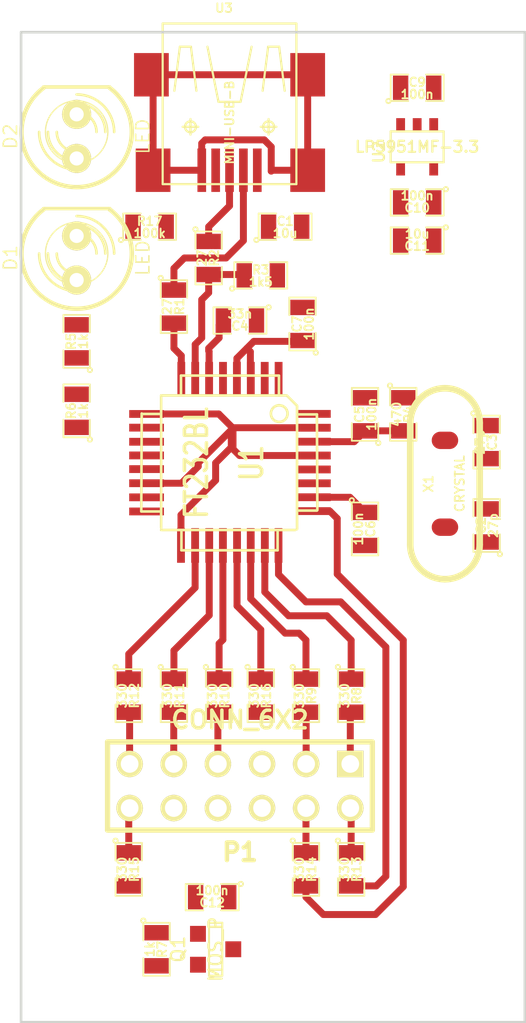
<source format=kicad_pcb>
(kicad_pcb (version 3) (host pcbnew "(2013-03-19 BZR 4004)-stable")

  (general
    (links 80)
    (no_connects 45)
    (area 181.11055 100.06006 211.075001 159.075001)
    (thickness 1.6)
    (drawings 4)
    (tracks 124)
    (zones 0)
    (modules 36)
    (nets 39)
  )

  (page A3)
  (layers
    (15 F.Cu signal)
    (0 B.Cu signal)
    (16 B.Adhes user)
    (17 F.Adhes user)
    (18 B.Paste user)
    (19 F.Paste user)
    (20 B.SilkS user)
    (21 F.SilkS user)
    (22 B.Mask user)
    (23 F.Mask user)
    (28 Edge.Cuts user)
  )

  (setup
    (last_trace_width 0.4)
    (user_trace_width 0.3)
    (user_trace_width 0.4)
    (user_trace_width 0.6)
    (trace_clearance 0.254)
    (zone_clearance 1)
    (zone_45_only no)
    (trace_min 0.254)
    (segment_width 0.2)
    (edge_width 0.15)
    (via_size 2.5)
    (via_drill 0.2)
    (via_min_size 0.889)
    (via_min_drill 0.1)
    (uvia_size 0.508)
    (uvia_drill 0.127)
    (uvias_allowed no)
    (uvia_min_size 0.508)
    (uvia_min_drill 0.127)
    (pcb_text_width 0.3)
    (pcb_text_size 1 1)
    (mod_edge_width 0.15)
    (mod_text_size 1 1)
    (mod_text_width 0.15)
    (pad_size 1 1)
    (pad_drill 0.6)
    (pad_to_mask_clearance 0)
    (aux_axis_origin 0 0)
    (visible_elements 7FFFFFFF)
    (pcbplotparams
      (layerselection 3178497)
      (usegerberextensions true)
      (excludeedgelayer true)
      (linewidth 152400)
      (plotframeref false)
      (viasonmask false)
      (mode 1)
      (useauxorigin false)
      (hpglpennumber 1)
      (hpglpenspeed 20)
      (hpglpendiameter 15)
      (hpglpenoverlay 2)
      (psnegative false)
      (psa4output false)
      (plotreference true)
      (plotvalue true)
      (plotothertext true)
      (plotinvisibletext false)
      (padsonsilk false)
      (subtractmaskfromsilk false)
      (outputformat 1)
      (mirror false)
      (drillshape 1)
      (scaleselection 1)
      (outputdirectory ""))
  )

  (net 0 "")
  (net 1 +3.3V)
  (net 2 /cts)
  (net 3 /dcd)
  (net 4 /dm)
  (net 5 /dp)
  (net 6 /dsr)
  (net 7 /dtr)
  (net 8 /pwren)
  (net 9 /ri)
  (net 10 /rstout)
  (net 11 /rts)
  (net 12 /rxd)
  (net 13 /rxled)
  (net 14 /txd)
  (net 15 /txden)
  (net 16 /txled)
  (net 17 /vccout)
  (net 18 /xtal1)
  (net 19 /xtal2)
  (net 20 GND)
  (net 21 N-000001)
  (net 22 N-0000011)
  (net 23 N-0000012)
  (net 24 N-0000013)
  (net 25 N-0000014)
  (net 26 N-0000015)
  (net 27 N-0000016)
  (net 28 N-0000017)
  (net 29 N-0000023)
  (net 30 N-0000025)
  (net 31 N-0000027)
  (net 32 N-0000031)
  (net 33 N-0000036)
  (net 34 N-0000037)
  (net 35 N-0000040)
  (net 36 N-0000042)
  (net 37 N-0000043)
  (net 38 VCC)

  (net_class Default "This is the default net class."
    (clearance 0.254)
    (trace_width 0.4)
    (via_dia 2.5)
    (via_drill 0.2)
    (uvia_dia 0.508)
    (uvia_drill 0.127)
    (add_net "")
    (add_net +3.3V)
    (add_net /cts)
    (add_net /dcd)
    (add_net /dm)
    (add_net /dp)
    (add_net /dsr)
    (add_net /dtr)
    (add_net /pwren)
    (add_net /ri)
    (add_net /rstout)
    (add_net /rts)
    (add_net /rxd)
    (add_net /rxled)
    (add_net /txd)
    (add_net /txden)
    (add_net /txled)
    (add_net /vccout)
    (add_net /xtal1)
    (add_net /xtal2)
    (add_net GND)
    (add_net N-000001)
    (add_net N-0000011)
    (add_net N-0000012)
    (add_net N-0000013)
    (add_net N-0000014)
    (add_net N-0000015)
    (add_net N-0000016)
    (add_net N-0000017)
    (add_net N-0000023)
    (add_net N-0000025)
    (add_net N-0000027)
    (add_net N-0000031)
    (add_net N-0000036)
    (add_net N-0000037)
    (add_net N-0000040)
    (add_net N-0000042)
    (add_net N-0000043)
    (add_net VCC)
  )

  (module TQFP32 (layer F.Cu) (tedit 43A670DA) (tstamp 51686805)
    (at 194 126.8 270)
    (path /51685C01)
    (fp_text reference U1 (at 0 -1.27 270) (layer F.SilkS)
      (effects (font (size 1.27 1.016) (thickness 0.2032)))
    )
    (fp_text value FT232BL (at 0 1.905 270) (layer F.SilkS)
      (effects (font (size 1.27 1.016) (thickness 0.2032)))
    )
    (fp_line (start 5.0292 2.7686) (end 3.8862 2.7686) (layer F.SilkS) (width 0.1524))
    (fp_line (start 5.0292 -2.7686) (end 3.9116 -2.7686) (layer F.SilkS) (width 0.1524))
    (fp_line (start 5.0292 2.7686) (end 5.0292 -2.7686) (layer F.SilkS) (width 0.1524))
    (fp_line (start 2.794 3.9624) (end 2.794 5.0546) (layer F.SilkS) (width 0.1524))
    (fp_line (start -2.8194 3.9878) (end -2.8194 5.0546) (layer F.SilkS) (width 0.1524))
    (fp_line (start -2.8448 5.0546) (end 2.794 5.08) (layer F.SilkS) (width 0.1524))
    (fp_line (start -2.794 -5.0292) (end 2.7178 -5.0546) (layer F.SilkS) (width 0.1524))
    (fp_line (start -3.8862 -3.2766) (end -3.8862 3.9116) (layer F.SilkS) (width 0.1524))
    (fp_line (start 2.7432 -5.0292) (end 2.7432 -3.9878) (layer F.SilkS) (width 0.1524))
    (fp_line (start -3.2512 -3.8862) (end 3.81 -3.8862) (layer F.SilkS) (width 0.1524))
    (fp_line (start 3.8608 3.937) (end 3.8608 -3.7846) (layer F.SilkS) (width 0.1524))
    (fp_line (start -3.8862 3.937) (end 3.7338 3.937) (layer F.SilkS) (width 0.1524))
    (fp_line (start -5.0292 -2.8448) (end -5.0292 2.794) (layer F.SilkS) (width 0.1524))
    (fp_line (start -5.0292 2.794) (end -3.8862 2.794) (layer F.SilkS) (width 0.1524))
    (fp_line (start -3.87604 -3.302) (end -3.29184 -3.8862) (layer F.SilkS) (width 0.1524))
    (fp_line (start -5.02412 -2.8448) (end -3.87604 -2.8448) (layer F.SilkS) (width 0.1524))
    (fp_line (start -2.794 -3.8862) (end -2.794 -5.03428) (layer F.SilkS) (width 0.1524))
    (fp_circle (center -2.83972 -2.86004) (end -2.43332 -2.60604) (layer F.SilkS) (width 0.1524))
    (pad 8 smd rect (at -4.81584 2.77622 270) (size 1.99898 0.44958)
      (layers F.Cu F.Paste F.Mask)
      (net 4 /dm)
    )
    (pad 7 smd rect (at -4.81584 1.97612 270) (size 1.99898 0.44958)
      (layers F.Cu F.Paste F.Mask)
      (net 5 /dp)
    )
    (pad 6 smd rect (at -4.81584 1.17602 270) (size 1.99898 0.44958)
      (layers F.Cu F.Paste F.Mask)
      (net 32 N-0000031)
    )
    (pad 5 smd rect (at -4.81584 0.37592 270) (size 1.99898 0.44958)
      (layers F.Cu F.Paste F.Mask)
      (net 10 /rstout)
    )
    (pad 4 smd rect (at -4.81584 -0.42418 270) (size 1.99898 0.44958)
      (layers F.Cu F.Paste F.Mask)
      (net 38 VCC)
    )
    (pad 3 smd rect (at -4.81584 -1.22428 270) (size 1.99898 0.44958)
      (layers F.Cu F.Paste F.Mask)
      (net 38 VCC)
    )
    (pad 2 smd rect (at -4.81584 -2.02438 270) (size 1.99898 0.44958)
      (layers F.Cu F.Paste F.Mask)
    )
    (pad 1 smd rect (at -4.81584 -2.82448 270) (size 1.99898 0.44958)
      (layers F.Cu F.Paste F.Mask)
    )
    (pad 24 smd rect (at 4.7498 -2.8194 270) (size 1.99898 0.44958)
      (layers F.Cu F.Paste F.Mask)
      (net 12 /rxd)
    )
    (pad 17 smd rect (at 4.7498 2.794 270) (size 1.99898 0.44958)
      (layers F.Cu F.Paste F.Mask)
      (net 20 GND)
    )
    (pad 18 smd rect (at 4.7498 1.9812 270) (size 1.99898 0.44958)
      (layers F.Cu F.Paste F.Mask)
      (net 9 /ri)
    )
    (pad 19 smd rect (at 4.7498 1.1684 270) (size 1.99898 0.44958)
      (layers F.Cu F.Paste F.Mask)
      (net 3 /dcd)
    )
    (pad 20 smd rect (at 4.7498 0.381 270) (size 1.99898 0.44958)
      (layers F.Cu F.Paste F.Mask)
      (net 6 /dsr)
    )
    (pad 21 smd rect (at 4.7498 -0.4318 270) (size 1.99898 0.44958)
      (layers F.Cu F.Paste F.Mask)
      (net 7 /dtr)
    )
    (pad 22 smd rect (at 4.7498 -1.2192 270) (size 1.99898 0.44958)
      (layers F.Cu F.Paste F.Mask)
      (net 2 /cts)
    )
    (pad 23 smd rect (at 4.7498 -2.032 270) (size 1.99898 0.44958)
      (layers F.Cu F.Paste F.Mask)
      (net 11 /rts)
    )
    (pad 32 smd rect (at -2.82448 -4.826 270) (size 0.44958 1.99898)
      (layers F.Cu F.Paste F.Mask)
    )
    (pad 31 smd rect (at -2.02692 -4.826 270) (size 0.44958 1.99898)
      (layers F.Cu F.Paste F.Mask)
      (net 20 GND)
    )
    (pad 30 smd rect (at -1.22428 -4.826 270) (size 0.44958 1.99898)
      (layers F.Cu F.Paste F.Mask)
      (net 33 N-0000036)
    )
    (pad 29 smd rect (at -0.42672 -4.826 270) (size 0.44958 1.99898)
      (layers F.Cu F.Paste F.Mask)
      (net 20 GND)
    )
    (pad 28 smd rect (at 0.37592 -4.826 270) (size 0.44958 1.99898)
      (layers F.Cu F.Paste F.Mask)
      (net 19 /xtal2)
    )
    (pad 27 smd rect (at 1.17348 -4.826 270) (size 0.44958 1.99898)
      (layers F.Cu F.Paste F.Mask)
      (net 18 /xtal1)
    )
    (pad 26 smd rect (at 1.97612 -4.826 270) (size 0.44958 1.99898)
      (layers F.Cu F.Paste F.Mask)
      (net 38 VCC)
    )
    (pad 25 smd rect (at 2.77368 -4.826 270) (size 0.44958 1.99898)
      (layers F.Cu F.Paste F.Mask)
      (net 14 /txd)
    )
    (pad 9 smd rect (at -2.8194 4.7752 270) (size 0.44958 1.99898)
      (layers F.Cu F.Paste F.Mask)
      (net 20 GND)
    )
    (pad 10 smd rect (at -2.032 4.7752 270) (size 0.44958 1.99898)
      (layers F.Cu F.Paste F.Mask)
    )
    (pad 11 smd rect (at -1.2192 4.7752 270) (size 0.44958 1.99898)
      (layers F.Cu F.Paste F.Mask)
      (net 13 /rxled)
    )
    (pad 12 smd rect (at -0.4318 4.7752 270) (size 0.44958 1.99898)
      (layers F.Cu F.Paste F.Mask)
      (net 16 /txled)
    )
    (pad 13 smd rect (at 0.3556 4.7752 270) (size 0.44958 1.99898)
      (layers F.Cu F.Paste F.Mask)
      (net 1 +3.3V)
    )
    (pad 14 smd rect (at 1.1684 4.7752 270) (size 0.44958 1.99898)
      (layers F.Cu F.Paste F.Mask)
      (net 20 GND)
    )
    (pad 15 smd rect (at 1.9812 4.7752 270) (size 0.44958 1.99898)
      (layers F.Cu F.Paste F.Mask)
      (net 8 /pwren)
    )
    (pad 16 smd rect (at 2.794 4.7752 270) (size 0.44958 1.99898)
      (layers F.Cu F.Paste F.Mask)
      (net 15 /txden)
    )
    (model smd/tqfp32.wrl
      (at (xyz 0 0 0))
      (scale (xyz 1 1 1))
      (rotate (xyz 0 0 0))
    )
  )

  (module SOT23GDS (layer F.Cu) (tedit 50911E03) (tstamp 51686810)
    (at 193.2 154.8 90)
    (descr "Module CMS SOT23 Transistore EBC")
    (tags "CMS SOT")
    (path /516882C9)
    (attr smd)
    (fp_text reference Q1 (at 0 -2.159 90) (layer F.SilkS)
      (effects (font (size 0.762 0.762) (thickness 0.12954)))
    )
    (fp_text value MOS_P (at 0 0 90) (layer F.SilkS)
      (effects (font (size 0.762 0.762) (thickness 0.12954)))
    )
    (fp_line (start -1.524 -0.381) (end 1.524 -0.381) (layer F.SilkS) (width 0.11938))
    (fp_line (start 1.524 -0.381) (end 1.524 0.381) (layer F.SilkS) (width 0.11938))
    (fp_line (start 1.524 0.381) (end -1.524 0.381) (layer F.SilkS) (width 0.11938))
    (fp_line (start -1.524 0.381) (end -1.524 -0.381) (layer F.SilkS) (width 0.11938))
    (pad S smd rect (at -0.889 -1.016 90) (size 0.9144 0.9144)
      (layers F.Cu F.Paste F.Mask)
      (net 38 VCC)
    )
    (pad G smd rect (at 0.889 -1.016 90) (size 0.9144 0.9144)
      (layers F.Cu F.Paste F.Mask)
      (net 31 N-0000027)
    )
    (pad D smd rect (at 0 1.016 90) (size 0.9144 0.9144)
      (layers F.Cu F.Paste F.Mask)
      (net 17 /vccout)
    )
    (model smd/cms_sot23.wrl
      (at (xyz 0 0 0))
      (scale (xyz 0.13 0.15 0.15))
      (rotate (xyz 0 0 0))
    )
  )

  (module SOT23-5 (layer F.Cu) (tedit 4ECF78EF) (tstamp 5168681D)
    (at 204.8 108.6 180)
    (path /51686D6A)
    (attr smd)
    (fp_text reference U2 (at 2.19964 -0.29972 270) (layer F.SilkS)
      (effects (font (size 0.635 0.635) (thickness 0.127)))
    )
    (fp_text value LP5951MF-3.3 (at 0 0 180) (layer F.SilkS)
      (effects (font (size 0.635 0.635) (thickness 0.127)))
    )
    (fp_line (start 1.524 -0.889) (end 1.524 0.889) (layer F.SilkS) (width 0.127))
    (fp_line (start 1.524 0.889) (end -1.524 0.889) (layer F.SilkS) (width 0.127))
    (fp_line (start -1.524 0.889) (end -1.524 -0.889) (layer F.SilkS) (width 0.127))
    (fp_line (start -1.524 -0.889) (end 1.524 -0.889) (layer F.SilkS) (width 0.127))
    (pad 1 smd rect (at -0.9525 1.27 180) (size 0.508 0.762)
      (layers F.Cu F.Paste F.Mask)
      (net 38 VCC)
    )
    (pad 3 smd rect (at 0.9525 1.27 180) (size 0.508 0.762)
      (layers F.Cu F.Paste F.Mask)
      (net 38 VCC)
    )
    (pad 5 smd rect (at -0.9525 -1.27 180) (size 0.508 0.762)
      (layers F.Cu F.Paste F.Mask)
      (net 1 +3.3V)
    )
    (pad 2 smd rect (at 0 1.27 180) (size 0.508 0.762)
      (layers F.Cu F.Paste F.Mask)
      (net 20 GND)
    )
    (pad 4 smd rect (at 0.9525 -1.27 180) (size 0.508 0.762)
      (layers F.Cu F.Paste F.Mask)
    )
    (model smd/SOT23_5.wrl
      (at (xyz 0 0 0))
      (scale (xyz 0.1 0.1 0.1))
      (rotate (xyz 0 0 0))
    )
  )

  (module SM0805 (layer F.Cu) (tedit 5091495C) (tstamp 5168682A)
    (at 193 151.8 180)
    (path /516884AD)
    (attr smd)
    (fp_text reference C12 (at 0 -0.3175 180) (layer F.SilkS)
      (effects (font (size 0.50038 0.50038) (thickness 0.10922)))
    )
    (fp_text value 100n (at 0 0.381 180) (layer F.SilkS)
      (effects (font (size 0.50038 0.50038) (thickness 0.10922)))
    )
    (fp_circle (center -1.651 0.762) (end -1.651 0.635) (layer F.SilkS) (width 0.09906))
    (fp_line (start -0.508 0.762) (end -1.524 0.762) (layer F.SilkS) (width 0.09906))
    (fp_line (start -1.524 0.762) (end -1.524 -0.762) (layer F.SilkS) (width 0.09906))
    (fp_line (start -1.524 -0.762) (end -0.508 -0.762) (layer F.SilkS) (width 0.09906))
    (fp_line (start 0.508 -0.762) (end 1.524 -0.762) (layer F.SilkS) (width 0.09906))
    (fp_line (start 1.524 -0.762) (end 1.524 0.762) (layer F.SilkS) (width 0.09906))
    (fp_line (start 1.524 0.762) (end 0.508 0.762) (layer F.SilkS) (width 0.09906))
    (pad 1 smd rect (at -0.9525 0 180) (size 0.889 1.397)
      (layers F.Cu F.Paste F.Mask)
      (net 17 /vccout)
    )
    (pad 2 smd rect (at 0.9525 0 180) (size 0.889 1.397)
      (layers F.Cu F.Paste F.Mask)
      (net 31 N-0000027)
    )
    (model smd/chip_cms.wrl
      (at (xyz 0 0 0))
      (scale (xyz 0.1 0.1 0.1))
      (rotate (xyz 0 0 0))
    )
  )

  (module SM0805 (layer F.Cu) (tedit 5091495C) (tstamp 51686837)
    (at 189.8 154.8 270)
    (path /516883BF)
    (attr smd)
    (fp_text reference R7 (at 0 -0.3175 270) (layer F.SilkS)
      (effects (font (size 0.50038 0.50038) (thickness 0.10922)))
    )
    (fp_text value 1k (at 0 0.381 270) (layer F.SilkS)
      (effects (font (size 0.50038 0.50038) (thickness 0.10922)))
    )
    (fp_circle (center -1.651 0.762) (end -1.651 0.635) (layer F.SilkS) (width 0.09906))
    (fp_line (start -0.508 0.762) (end -1.524 0.762) (layer F.SilkS) (width 0.09906))
    (fp_line (start -1.524 0.762) (end -1.524 -0.762) (layer F.SilkS) (width 0.09906))
    (fp_line (start -1.524 -0.762) (end -0.508 -0.762) (layer F.SilkS) (width 0.09906))
    (fp_line (start 0.508 -0.762) (end 1.524 -0.762) (layer F.SilkS) (width 0.09906))
    (fp_line (start 1.524 -0.762) (end 1.524 0.762) (layer F.SilkS) (width 0.09906))
    (fp_line (start 1.524 0.762) (end 0.508 0.762) (layer F.SilkS) (width 0.09906))
    (pad 1 smd rect (at -0.9525 0 270) (size 0.889 1.397)
      (layers F.Cu F.Paste F.Mask)
      (net 31 N-0000027)
    )
    (pad 2 smd rect (at 0.9525 0 270) (size 0.889 1.397)
      (layers F.Cu F.Paste F.Mask)
      (net 8 /pwren)
    )
    (model smd/chip_cms.wrl
      (at (xyz 0 0 0))
      (scale (xyz 0.1 0.1 0.1))
      (rotate (xyz 0 0 0))
    )
  )

  (module SM0805 (layer F.Cu) (tedit 5091495C) (tstamp 51686851)
    (at 208.8 125.6 270)
    (path /516878A6)
    (attr smd)
    (fp_text reference C3 (at 0 -0.3175 270) (layer F.SilkS)
      (effects (font (size 0.50038 0.50038) (thickness 0.10922)))
    )
    (fp_text value 27p (at 0 0.381 270) (layer F.SilkS)
      (effects (font (size 0.50038 0.50038) (thickness 0.10922)))
    )
    (fp_circle (center -1.651 0.762) (end -1.651 0.635) (layer F.SilkS) (width 0.09906))
    (fp_line (start -0.508 0.762) (end -1.524 0.762) (layer F.SilkS) (width 0.09906))
    (fp_line (start -1.524 0.762) (end -1.524 -0.762) (layer F.SilkS) (width 0.09906))
    (fp_line (start -1.524 -0.762) (end -0.508 -0.762) (layer F.SilkS) (width 0.09906))
    (fp_line (start 0.508 -0.762) (end 1.524 -0.762) (layer F.SilkS) (width 0.09906))
    (fp_line (start 1.524 -0.762) (end 1.524 0.762) (layer F.SilkS) (width 0.09906))
    (fp_line (start 1.524 0.762) (end 0.508 0.762) (layer F.SilkS) (width 0.09906))
    (pad 1 smd rect (at -0.9525 0 270) (size 0.889 1.397)
      (layers F.Cu F.Paste F.Mask)
      (net 19 /xtal2)
    )
    (pad 2 smd rect (at 0.9525 0 270) (size 0.889 1.397)
      (layers F.Cu F.Paste F.Mask)
      (net 20 GND)
    )
    (model smd/chip_cms.wrl
      (at (xyz 0 0 0))
      (scale (xyz 0.1 0.1 0.1))
      (rotate (xyz 0 0 0))
    )
  )

  (module SM0805 (layer F.Cu) (tedit 5091495C) (tstamp 5168685E)
    (at 208.8 130.4 90)
    (path /5168789B)
    (attr smd)
    (fp_text reference C2 (at 0 -0.3175 90) (layer F.SilkS)
      (effects (font (size 0.50038 0.50038) (thickness 0.10922)))
    )
    (fp_text value 27p (at 0 0.381 90) (layer F.SilkS)
      (effects (font (size 0.50038 0.50038) (thickness 0.10922)))
    )
    (fp_circle (center -1.651 0.762) (end -1.651 0.635) (layer F.SilkS) (width 0.09906))
    (fp_line (start -0.508 0.762) (end -1.524 0.762) (layer F.SilkS) (width 0.09906))
    (fp_line (start -1.524 0.762) (end -1.524 -0.762) (layer F.SilkS) (width 0.09906))
    (fp_line (start -1.524 -0.762) (end -0.508 -0.762) (layer F.SilkS) (width 0.09906))
    (fp_line (start 0.508 -0.762) (end 1.524 -0.762) (layer F.SilkS) (width 0.09906))
    (fp_line (start 1.524 -0.762) (end 1.524 0.762) (layer F.SilkS) (width 0.09906))
    (fp_line (start 1.524 0.762) (end 0.508 0.762) (layer F.SilkS) (width 0.09906))
    (pad 1 smd rect (at -0.9525 0 90) (size 0.889 1.397)
      (layers F.Cu F.Paste F.Mask)
      (net 18 /xtal1)
    )
    (pad 2 smd rect (at 0.9525 0 90) (size 0.889 1.397)
      (layers F.Cu F.Paste F.Mask)
      (net 20 GND)
    )
    (model smd/chip_cms.wrl
      (at (xyz 0 0 0))
      (scale (xyz 0.1 0.1 0.1))
      (rotate (xyz 0 0 0))
    )
  )

  (module SM0805 (layer F.Cu) (tedit 5091495C) (tstamp 5168686B)
    (at 204.8 114 180)
    (path /51686F9E)
    (attr smd)
    (fp_text reference C11 (at 0 -0.3175 180) (layer F.SilkS)
      (effects (font (size 0.50038 0.50038) (thickness 0.10922)))
    )
    (fp_text value 10u (at 0 0.381 180) (layer F.SilkS)
      (effects (font (size 0.50038 0.50038) (thickness 0.10922)))
    )
    (fp_circle (center -1.651 0.762) (end -1.651 0.635) (layer F.SilkS) (width 0.09906))
    (fp_line (start -0.508 0.762) (end -1.524 0.762) (layer F.SilkS) (width 0.09906))
    (fp_line (start -1.524 0.762) (end -1.524 -0.762) (layer F.SilkS) (width 0.09906))
    (fp_line (start -1.524 -0.762) (end -0.508 -0.762) (layer F.SilkS) (width 0.09906))
    (fp_line (start 0.508 -0.762) (end 1.524 -0.762) (layer F.SilkS) (width 0.09906))
    (fp_line (start 1.524 -0.762) (end 1.524 0.762) (layer F.SilkS) (width 0.09906))
    (fp_line (start 1.524 0.762) (end 0.508 0.762) (layer F.SilkS) (width 0.09906))
    (pad 1 smd rect (at -0.9525 0 180) (size 0.889 1.397)
      (layers F.Cu F.Paste F.Mask)
      (net 1 +3.3V)
    )
    (pad 2 smd rect (at 0.9525 0 180) (size 0.889 1.397)
      (layers F.Cu F.Paste F.Mask)
      (net 20 GND)
    )
    (model smd/chip_cms.wrl
      (at (xyz 0 0 0))
      (scale (xyz 0.1 0.1 0.1))
      (rotate (xyz 0 0 0))
    )
  )

  (module SM0805 (layer F.Cu) (tedit 5091495C) (tstamp 51686878)
    (at 204.8 111.8 180)
    (path /51686F3E)
    (attr smd)
    (fp_text reference C10 (at 0 -0.3175 180) (layer F.SilkS)
      (effects (font (size 0.50038 0.50038) (thickness 0.10922)))
    )
    (fp_text value 100n (at 0 0.381 180) (layer F.SilkS)
      (effects (font (size 0.50038 0.50038) (thickness 0.10922)))
    )
    (fp_circle (center -1.651 0.762) (end -1.651 0.635) (layer F.SilkS) (width 0.09906))
    (fp_line (start -0.508 0.762) (end -1.524 0.762) (layer F.SilkS) (width 0.09906))
    (fp_line (start -1.524 0.762) (end -1.524 -0.762) (layer F.SilkS) (width 0.09906))
    (fp_line (start -1.524 -0.762) (end -0.508 -0.762) (layer F.SilkS) (width 0.09906))
    (fp_line (start 0.508 -0.762) (end 1.524 -0.762) (layer F.SilkS) (width 0.09906))
    (fp_line (start 1.524 -0.762) (end 1.524 0.762) (layer F.SilkS) (width 0.09906))
    (fp_line (start 1.524 0.762) (end 0.508 0.762) (layer F.SilkS) (width 0.09906))
    (pad 1 smd rect (at -0.9525 0 180) (size 0.889 1.397)
      (layers F.Cu F.Paste F.Mask)
      (net 1 +3.3V)
    )
    (pad 2 smd rect (at 0.9525 0 180) (size 0.889 1.397)
      (layers F.Cu F.Paste F.Mask)
      (net 20 GND)
    )
    (model smd/chip_cms.wrl
      (at (xyz 0 0 0))
      (scale (xyz 0.1 0.1 0.1))
      (rotate (xyz 0 0 0))
    )
  )

  (module SM0805 (layer F.Cu) (tedit 5091495C) (tstamp 51686885)
    (at 204.8 105.2)
    (path /51686E58)
    (attr smd)
    (fp_text reference C9 (at 0 -0.3175) (layer F.SilkS)
      (effects (font (size 0.50038 0.50038) (thickness 0.10922)))
    )
    (fp_text value 100n (at 0 0.381) (layer F.SilkS)
      (effects (font (size 0.50038 0.50038) (thickness 0.10922)))
    )
    (fp_circle (center -1.651 0.762) (end -1.651 0.635) (layer F.SilkS) (width 0.09906))
    (fp_line (start -0.508 0.762) (end -1.524 0.762) (layer F.SilkS) (width 0.09906))
    (fp_line (start -1.524 0.762) (end -1.524 -0.762) (layer F.SilkS) (width 0.09906))
    (fp_line (start -1.524 -0.762) (end -0.508 -0.762) (layer F.SilkS) (width 0.09906))
    (fp_line (start 0.508 -0.762) (end 1.524 -0.762) (layer F.SilkS) (width 0.09906))
    (fp_line (start 1.524 -0.762) (end 1.524 0.762) (layer F.SilkS) (width 0.09906))
    (fp_line (start 1.524 0.762) (end 0.508 0.762) (layer F.SilkS) (width 0.09906))
    (pad 1 smd rect (at -0.9525 0) (size 0.889 1.397)
      (layers F.Cu F.Paste F.Mask)
      (net 38 VCC)
    )
    (pad 2 smd rect (at 0.9525 0) (size 0.889 1.397)
      (layers F.Cu F.Paste F.Mask)
      (net 20 GND)
    )
    (model smd/chip_cms.wrl
      (at (xyz 0 0 0))
      (scale (xyz 0.1 0.1 0.1))
      (rotate (xyz 0 0 0))
    )
  )

  (module SM0805 (layer F.Cu) (tedit 5091495C) (tstamp 51686892)
    (at 197.2 113.2)
    (path /51686AF4)
    (attr smd)
    (fp_text reference C1 (at 0 -0.3175) (layer F.SilkS)
      (effects (font (size 0.50038 0.50038) (thickness 0.10922)))
    )
    (fp_text value 10u (at 0 0.381) (layer F.SilkS)
      (effects (font (size 0.50038 0.50038) (thickness 0.10922)))
    )
    (fp_circle (center -1.651 0.762) (end -1.651 0.635) (layer F.SilkS) (width 0.09906))
    (fp_line (start -0.508 0.762) (end -1.524 0.762) (layer F.SilkS) (width 0.09906))
    (fp_line (start -1.524 0.762) (end -1.524 -0.762) (layer F.SilkS) (width 0.09906))
    (fp_line (start -1.524 -0.762) (end -0.508 -0.762) (layer F.SilkS) (width 0.09906))
    (fp_line (start 0.508 -0.762) (end 1.524 -0.762) (layer F.SilkS) (width 0.09906))
    (fp_line (start 1.524 -0.762) (end 1.524 0.762) (layer F.SilkS) (width 0.09906))
    (fp_line (start 1.524 0.762) (end 0.508 0.762) (layer F.SilkS) (width 0.09906))
    (pad 1 smd rect (at -0.9525 0) (size 0.889 1.397)
      (layers F.Cu F.Paste F.Mask)
      (net 38 VCC)
    )
    (pad 2 smd rect (at 0.9525 0) (size 0.889 1.397)
      (layers F.Cu F.Paste F.Mask)
      (net 20 GND)
    )
    (model smd/chip_cms.wrl
      (at (xyz 0 0 0))
      (scale (xyz 0.1 0.1 0.1))
      (rotate (xyz 0 0 0))
    )
  )

  (module SM0805 (layer F.Cu) (tedit 5091495C) (tstamp 5168689F)
    (at 195.8 116)
    (path /516868A3)
    (attr smd)
    (fp_text reference R3 (at 0 -0.3175) (layer F.SilkS)
      (effects (font (size 0.50038 0.50038) (thickness 0.10922)))
    )
    (fp_text value 1k5 (at 0 0.381) (layer F.SilkS)
      (effects (font (size 0.50038 0.50038) (thickness 0.10922)))
    )
    (fp_circle (center -1.651 0.762) (end -1.651 0.635) (layer F.SilkS) (width 0.09906))
    (fp_line (start -0.508 0.762) (end -1.524 0.762) (layer F.SilkS) (width 0.09906))
    (fp_line (start -1.524 0.762) (end -1.524 -0.762) (layer F.SilkS) (width 0.09906))
    (fp_line (start -1.524 -0.762) (end -0.508 -0.762) (layer F.SilkS) (width 0.09906))
    (fp_line (start 0.508 -0.762) (end 1.524 -0.762) (layer F.SilkS) (width 0.09906))
    (fp_line (start 1.524 -0.762) (end 1.524 0.762) (layer F.SilkS) (width 0.09906))
    (fp_line (start 1.524 0.762) (end 0.508 0.762) (layer F.SilkS) (width 0.09906))
    (pad 1 smd rect (at -0.9525 0) (size 0.889 1.397)
      (layers F.Cu F.Paste F.Mask)
      (net 5 /dp)
    )
    (pad 2 smd rect (at 0.9525 0) (size 0.889 1.397)
      (layers F.Cu F.Paste F.Mask)
      (net 10 /rstout)
    )
    (model smd/chip_cms.wrl
      (at (xyz 0 0 0))
      (scale (xyz 0.1 0.1 0.1))
      (rotate (xyz 0 0 0))
    )
  )

  (module SM0805 (layer F.Cu) (tedit 5091495C) (tstamp 516868AC)
    (at 192.8 115 270)
    (path /51686799)
    (attr smd)
    (fp_text reference R2 (at 0 -0.3175 270) (layer F.SilkS)
      (effects (font (size 0.50038 0.50038) (thickness 0.10922)))
    )
    (fp_text value 27 (at 0 0.381 270) (layer F.SilkS)
      (effects (font (size 0.50038 0.50038) (thickness 0.10922)))
    )
    (fp_circle (center -1.651 0.762) (end -1.651 0.635) (layer F.SilkS) (width 0.09906))
    (fp_line (start -0.508 0.762) (end -1.524 0.762) (layer F.SilkS) (width 0.09906))
    (fp_line (start -1.524 0.762) (end -1.524 -0.762) (layer F.SilkS) (width 0.09906))
    (fp_line (start -1.524 -0.762) (end -0.508 -0.762) (layer F.SilkS) (width 0.09906))
    (fp_line (start 0.508 -0.762) (end 1.524 -0.762) (layer F.SilkS) (width 0.09906))
    (fp_line (start 1.524 -0.762) (end 1.524 0.762) (layer F.SilkS) (width 0.09906))
    (fp_line (start 1.524 0.762) (end 0.508 0.762) (layer F.SilkS) (width 0.09906))
    (pad 1 smd rect (at -0.9525 0 270) (size 0.889 1.397)
      (layers F.Cu F.Paste F.Mask)
      (net 36 N-0000042)
    )
    (pad 2 smd rect (at 0.9525 0 270) (size 0.889 1.397)
      (layers F.Cu F.Paste F.Mask)
      (net 5 /dp)
    )
    (model smd/chip_cms.wrl
      (at (xyz 0 0 0))
      (scale (xyz 0.1 0.1 0.1))
      (rotate (xyz 0 0 0))
    )
  )

  (module SM0805 (layer F.Cu) (tedit 5091495C) (tstamp 516868B9)
    (at 190.8 117.8 270)
    (path /5168678E)
    (attr smd)
    (fp_text reference R1 (at 0 -0.3175 270) (layer F.SilkS)
      (effects (font (size 0.50038 0.50038) (thickness 0.10922)))
    )
    (fp_text value 27 (at 0 0.381 270) (layer F.SilkS)
      (effects (font (size 0.50038 0.50038) (thickness 0.10922)))
    )
    (fp_circle (center -1.651 0.762) (end -1.651 0.635) (layer F.SilkS) (width 0.09906))
    (fp_line (start -0.508 0.762) (end -1.524 0.762) (layer F.SilkS) (width 0.09906))
    (fp_line (start -1.524 0.762) (end -1.524 -0.762) (layer F.SilkS) (width 0.09906))
    (fp_line (start -1.524 -0.762) (end -0.508 -0.762) (layer F.SilkS) (width 0.09906))
    (fp_line (start 0.508 -0.762) (end 1.524 -0.762) (layer F.SilkS) (width 0.09906))
    (fp_line (start 1.524 -0.762) (end 1.524 0.762) (layer F.SilkS) (width 0.09906))
    (fp_line (start 1.524 0.762) (end 0.508 0.762) (layer F.SilkS) (width 0.09906))
    (pad 1 smd rect (at -0.9525 0 270) (size 0.889 1.397)
      (layers F.Cu F.Paste F.Mask)
      (net 37 N-0000043)
    )
    (pad 2 smd rect (at 0.9525 0 270) (size 0.889 1.397)
      (layers F.Cu F.Paste F.Mask)
      (net 4 /dm)
    )
    (model smd/chip_cms.wrl
      (at (xyz 0 0 0))
      (scale (xyz 0.1 0.1 0.1))
      (rotate (xyz 0 0 0))
    )
  )

  (module SM0805 (layer F.Cu) (tedit 5091495C) (tstamp 516868C6)
    (at 185.2 123.8 90)
    (path /51686534)
    (attr smd)
    (fp_text reference R6 (at 0 -0.3175 90) (layer F.SilkS)
      (effects (font (size 0.50038 0.50038) (thickness 0.10922)))
    )
    (fp_text value 1k (at 0 0.381 90) (layer F.SilkS)
      (effects (font (size 0.50038 0.50038) (thickness 0.10922)))
    )
    (fp_circle (center -1.651 0.762) (end -1.651 0.635) (layer F.SilkS) (width 0.09906))
    (fp_line (start -0.508 0.762) (end -1.524 0.762) (layer F.SilkS) (width 0.09906))
    (fp_line (start -1.524 0.762) (end -1.524 -0.762) (layer F.SilkS) (width 0.09906))
    (fp_line (start -1.524 -0.762) (end -0.508 -0.762) (layer F.SilkS) (width 0.09906))
    (fp_line (start 0.508 -0.762) (end 1.524 -0.762) (layer F.SilkS) (width 0.09906))
    (fp_line (start 1.524 -0.762) (end 1.524 0.762) (layer F.SilkS) (width 0.09906))
    (fp_line (start 1.524 0.762) (end 0.508 0.762) (layer F.SilkS) (width 0.09906))
    (pad 1 smd rect (at -0.9525 0 90) (size 0.889 1.397)
      (layers F.Cu F.Paste F.Mask)
      (net 38 VCC)
    )
    (pad 2 smd rect (at 0.9525 0 90) (size 0.889 1.397)
      (layers F.Cu F.Paste F.Mask)
      (net 34 N-0000037)
    )
    (model smd/chip_cms.wrl
      (at (xyz 0 0 0))
      (scale (xyz 0.1 0.1 0.1))
      (rotate (xyz 0 0 0))
    )
  )

  (module SM0805 (layer F.Cu) (tedit 5091495C) (tstamp 516868D3)
    (at 185.2 119.8 90)
    (path /51686460)
    (attr smd)
    (fp_text reference R5 (at 0 -0.3175 90) (layer F.SilkS)
      (effects (font (size 0.50038 0.50038) (thickness 0.10922)))
    )
    (fp_text value 1k (at 0 0.381 90) (layer F.SilkS)
      (effects (font (size 0.50038 0.50038) (thickness 0.10922)))
    )
    (fp_circle (center -1.651 0.762) (end -1.651 0.635) (layer F.SilkS) (width 0.09906))
    (fp_line (start -0.508 0.762) (end -1.524 0.762) (layer F.SilkS) (width 0.09906))
    (fp_line (start -1.524 0.762) (end -1.524 -0.762) (layer F.SilkS) (width 0.09906))
    (fp_line (start -1.524 -0.762) (end -0.508 -0.762) (layer F.SilkS) (width 0.09906))
    (fp_line (start 0.508 -0.762) (end 1.524 -0.762) (layer F.SilkS) (width 0.09906))
    (fp_line (start 1.524 -0.762) (end 1.524 0.762) (layer F.SilkS) (width 0.09906))
    (fp_line (start 1.524 0.762) (end 0.508 0.762) (layer F.SilkS) (width 0.09906))
    (pad 1 smd rect (at -0.9525 0 90) (size 0.889 1.397)
      (layers F.Cu F.Paste F.Mask)
      (net 38 VCC)
    )
    (pad 2 smd rect (at 0.9525 0 90) (size 0.889 1.397)
      (layers F.Cu F.Paste F.Mask)
      (net 35 N-0000040)
    )
    (model smd/chip_cms.wrl
      (at (xyz 0 0 0))
      (scale (xyz 0.1 0.1 0.1))
      (rotate (xyz 0 0 0))
    )
  )

  (module SM0805 (layer F.Cu) (tedit 5091495C) (tstamp 516868E0)
    (at 198.2 118.8 90)
    (path /516860AE)
    (attr smd)
    (fp_text reference C7 (at 0 -0.3175 90) (layer F.SilkS)
      (effects (font (size 0.50038 0.50038) (thickness 0.10922)))
    )
    (fp_text value 100n (at 0 0.381 90) (layer F.SilkS)
      (effects (font (size 0.50038 0.50038) (thickness 0.10922)))
    )
    (fp_circle (center -1.651 0.762) (end -1.651 0.635) (layer F.SilkS) (width 0.09906))
    (fp_line (start -0.508 0.762) (end -1.524 0.762) (layer F.SilkS) (width 0.09906))
    (fp_line (start -1.524 0.762) (end -1.524 -0.762) (layer F.SilkS) (width 0.09906))
    (fp_line (start -1.524 -0.762) (end -0.508 -0.762) (layer F.SilkS) (width 0.09906))
    (fp_line (start 0.508 -0.762) (end 1.524 -0.762) (layer F.SilkS) (width 0.09906))
    (fp_line (start 1.524 -0.762) (end 1.524 0.762) (layer F.SilkS) (width 0.09906))
    (fp_line (start 1.524 0.762) (end 0.508 0.762) (layer F.SilkS) (width 0.09906))
    (pad 1 smd rect (at -0.9525 0 90) (size 0.889 1.397)
      (layers F.Cu F.Paste F.Mask)
      (net 38 VCC)
    )
    (pad 2 smd rect (at 0.9525 0 90) (size 0.889 1.397)
      (layers F.Cu F.Paste F.Mask)
      (net 20 GND)
    )
    (model smd/chip_cms.wrl
      (at (xyz 0 0 0))
      (scale (xyz 0.1 0.1 0.1))
      (rotate (xyz 0 0 0))
    )
  )

  (module SM0805 (layer F.Cu) (tedit 5091495C) (tstamp 516868ED)
    (at 201.8 130.6 270)
    (path /51686053)
    (attr smd)
    (fp_text reference C6 (at 0 -0.3175 270) (layer F.SilkS)
      (effects (font (size 0.50038 0.50038) (thickness 0.10922)))
    )
    (fp_text value 100n (at 0 0.381 270) (layer F.SilkS)
      (effects (font (size 0.50038 0.50038) (thickness 0.10922)))
    )
    (fp_circle (center -1.651 0.762) (end -1.651 0.635) (layer F.SilkS) (width 0.09906))
    (fp_line (start -0.508 0.762) (end -1.524 0.762) (layer F.SilkS) (width 0.09906))
    (fp_line (start -1.524 0.762) (end -1.524 -0.762) (layer F.SilkS) (width 0.09906))
    (fp_line (start -1.524 -0.762) (end -0.508 -0.762) (layer F.SilkS) (width 0.09906))
    (fp_line (start 0.508 -0.762) (end 1.524 -0.762) (layer F.SilkS) (width 0.09906))
    (fp_line (start 1.524 -0.762) (end 1.524 0.762) (layer F.SilkS) (width 0.09906))
    (fp_line (start 1.524 0.762) (end 0.508 0.762) (layer F.SilkS) (width 0.09906))
    (pad 1 smd rect (at -0.9525 0 270) (size 0.889 1.397)
      (layers F.Cu F.Paste F.Mask)
      (net 38 VCC)
    )
    (pad 2 smd rect (at 0.9525 0 270) (size 0.889 1.397)
      (layers F.Cu F.Paste F.Mask)
      (net 20 GND)
    )
    (model smd/chip_cms.wrl
      (at (xyz 0 0 0))
      (scale (xyz 0.1 0.1 0.1))
      (rotate (xyz 0 0 0))
    )
  )

  (module SM0805 (layer F.Cu) (tedit 5091495C) (tstamp 516868FA)
    (at 201.8 124 90)
    (path /51685D2B)
    (attr smd)
    (fp_text reference C5 (at 0 -0.3175 90) (layer F.SilkS)
      (effects (font (size 0.50038 0.50038) (thickness 0.10922)))
    )
    (fp_text value 100n (at 0 0.381 90) (layer F.SilkS)
      (effects (font (size 0.50038 0.50038) (thickness 0.10922)))
    )
    (fp_circle (center -1.651 0.762) (end -1.651 0.635) (layer F.SilkS) (width 0.09906))
    (fp_line (start -0.508 0.762) (end -1.524 0.762) (layer F.SilkS) (width 0.09906))
    (fp_line (start -1.524 0.762) (end -1.524 -0.762) (layer F.SilkS) (width 0.09906))
    (fp_line (start -1.524 -0.762) (end -0.508 -0.762) (layer F.SilkS) (width 0.09906))
    (fp_line (start 0.508 -0.762) (end 1.524 -0.762) (layer F.SilkS) (width 0.09906))
    (fp_line (start 1.524 -0.762) (end 1.524 0.762) (layer F.SilkS) (width 0.09906))
    (fp_line (start 1.524 0.762) (end 0.508 0.762) (layer F.SilkS) (width 0.09906))
    (pad 1 smd rect (at -0.9525 0 90) (size 0.889 1.397)
      (layers F.Cu F.Paste F.Mask)
      (net 33 N-0000036)
    )
    (pad 2 smd rect (at 0.9525 0 90) (size 0.889 1.397)
      (layers F.Cu F.Paste F.Mask)
      (net 20 GND)
    )
    (model smd/chip_cms.wrl
      (at (xyz 0 0 0))
      (scale (xyz 0.1 0.1 0.1))
      (rotate (xyz 0 0 0))
    )
  )

  (module SM0805 (layer F.Cu) (tedit 5091495C) (tstamp 51686907)
    (at 194.6 118.6 180)
    (path /51685CBE)
    (attr smd)
    (fp_text reference C4 (at 0 -0.3175 180) (layer F.SilkS)
      (effects (font (size 0.50038 0.50038) (thickness 0.10922)))
    )
    (fp_text value 33n (at 0 0.381 180) (layer F.SilkS)
      (effects (font (size 0.50038 0.50038) (thickness 0.10922)))
    )
    (fp_circle (center -1.651 0.762) (end -1.651 0.635) (layer F.SilkS) (width 0.09906))
    (fp_line (start -0.508 0.762) (end -1.524 0.762) (layer F.SilkS) (width 0.09906))
    (fp_line (start -1.524 0.762) (end -1.524 -0.762) (layer F.SilkS) (width 0.09906))
    (fp_line (start -1.524 -0.762) (end -0.508 -0.762) (layer F.SilkS) (width 0.09906))
    (fp_line (start 0.508 -0.762) (end 1.524 -0.762) (layer F.SilkS) (width 0.09906))
    (fp_line (start 1.524 -0.762) (end 1.524 0.762) (layer F.SilkS) (width 0.09906))
    (fp_line (start 1.524 0.762) (end 0.508 0.762) (layer F.SilkS) (width 0.09906))
    (pad 1 smd rect (at -0.9525 0 180) (size 0.889 1.397)
      (layers F.Cu F.Paste F.Mask)
      (net 20 GND)
    )
    (pad 2 smd rect (at 0.9525 0 180) (size 0.889 1.397)
      (layers F.Cu F.Paste F.Mask)
      (net 32 N-0000031)
    )
    (model smd/chip_cms.wrl
      (at (xyz 0 0 0))
      (scale (xyz 0.1 0.1 0.1))
      (rotate (xyz 0 0 0))
    )
  )

  (module SM0805 (layer F.Cu) (tedit 5091495C) (tstamp 51686914)
    (at 204 124 270)
    (path /51685C6A)
    (attr smd)
    (fp_text reference R4 (at 0 -0.3175 270) (layer F.SilkS)
      (effects (font (size 0.50038 0.50038) (thickness 0.10922)))
    )
    (fp_text value 470 (at 0 0.381 270) (layer F.SilkS)
      (effects (font (size 0.50038 0.50038) (thickness 0.10922)))
    )
    (fp_circle (center -1.651 0.762) (end -1.651 0.635) (layer F.SilkS) (width 0.09906))
    (fp_line (start -0.508 0.762) (end -1.524 0.762) (layer F.SilkS) (width 0.09906))
    (fp_line (start -1.524 0.762) (end -1.524 -0.762) (layer F.SilkS) (width 0.09906))
    (fp_line (start -1.524 -0.762) (end -0.508 -0.762) (layer F.SilkS) (width 0.09906))
    (fp_line (start 0.508 -0.762) (end 1.524 -0.762) (layer F.SilkS) (width 0.09906))
    (fp_line (start 1.524 -0.762) (end 1.524 0.762) (layer F.SilkS) (width 0.09906))
    (fp_line (start 1.524 0.762) (end 0.508 0.762) (layer F.SilkS) (width 0.09906))
    (pad 1 smd rect (at -0.9525 0 270) (size 0.889 1.397)
      (layers F.Cu F.Paste F.Mask)
      (net 38 VCC)
    )
    (pad 2 smd rect (at 0.9525 0 270) (size 0.889 1.397)
      (layers F.Cu F.Paste F.Mask)
      (net 33 N-0000036)
    )
    (model smd/chip_cms.wrl
      (at (xyz 0 0 0))
      (scale (xyz 0.1 0.1 0.1))
      (rotate (xyz 0 0 0))
    )
  )

  (module Quarz (layer F.Cu) (tedit 4F264DBC) (tstamp 51686920)
    (at 206.4 128 90)
    (tags Quarz)
    (path /51687701)
    (fp_text reference X1 (at 0 -0.94996 90) (layer F.SilkS)
      (effects (font (size 0.52324 0.52324) (thickness 0.09906)))
    )
    (fp_text value CRYSTAL (at 0 0.8509 90) (layer F.SilkS)
      (effects (font (size 0.52324 0.52324) (thickness 0.09906)))
    )
    (fp_line (start 3.50012 1.99898) (end -3.50012 1.99898) (layer F.SilkS) (width 0.381))
    (fp_line (start -3.44932 -1.99898) (end 3.50012 -1.99898) (layer F.SilkS) (width 0.381))
    (fp_arc (start -3.49504 0) (end -3.49504 -1.99898) (angle -90) (layer F.SilkS) (width 0.381))
    (fp_arc (start -3.49504 0) (end -5.49402 0) (angle -90) (layer F.SilkS) (width 0.381))
    (fp_arc (start 3.50012 0) (end 5.4991 0) (angle 90) (layer F.SilkS) (width 0.381))
    (fp_arc (start 3.50012 0) (end 3.50012 -1.99898) (angle 90) (layer F.SilkS) (width 0.381))
    (pad 1 smd oval (at -2.49936 0 90) (size 1.00076 1.524)
      (layers F.Cu F.Paste F.Mask)
      (net 18 /xtal1)
    )
    (pad 2 smd oval (at 2.49936 0 90) (size 1.00076 1.524)
      (layers F.Cu F.Paste F.Mask)
      (net 19 /xtal2)
    )
  )

  (module pin_array_6x2 (layer F.Cu) (tedit 3FB38A8B) (tstamp 51686934)
    (at 194.6 145.4 180)
    (descr "Double rangee de contacts 2 x 6 pins")
    (tags CONN)
    (path /516870E9)
    (fp_text reference P1 (at 0 -3.81 180) (layer F.SilkS)
      (effects (font (size 1.016 1.016) (thickness 0.27432)))
    )
    (fp_text value CONN_6X2 (at 0 3.81 180) (layer F.SilkS)
      (effects (font (size 1.016 1.016) (thickness 0.2032)))
    )
    (fp_line (start -7.62 -2.54) (end 7.62 -2.54) (layer F.SilkS) (width 0.3048))
    (fp_line (start 7.62 -2.54) (end 7.62 2.54) (layer F.SilkS) (width 0.3048))
    (fp_line (start 7.62 2.54) (end -7.62 2.54) (layer F.SilkS) (width 0.3048))
    (fp_line (start -7.62 2.54) (end -7.62 -2.54) (layer F.SilkS) (width 0.3048))
    (pad 1 thru_hole rect (at -6.35 1.27 180) (size 1.524 1.524) (drill 1.016)
      (layers *.Cu *.Mask F.SilkS)
      (net 28 N-0000017)
    )
    (pad 2 thru_hole circle (at -6.35 -1.27 180) (size 1.524 1.524) (drill 1.016)
      (layers *.Cu *.Mask F.SilkS)
      (net 23 N-0000012)
    )
    (pad 3 thru_hole circle (at -3.81 1.27 180) (size 1.524 1.524) (drill 1.016)
      (layers *.Cu *.Mask F.SilkS)
      (net 27 N-0000016)
    )
    (pad 4 thru_hole circle (at -3.81 -1.27 180) (size 1.524 1.524) (drill 1.016)
      (layers *.Cu *.Mask F.SilkS)
      (net 22 N-0000011)
    )
    (pad 5 thru_hole circle (at -1.27 1.27 180) (size 1.524 1.524) (drill 1.016)
      (layers *.Cu *.Mask F.SilkS)
      (net 29 N-0000023)
    )
    (pad 6 thru_hole circle (at -1.27 -1.27 180) (size 1.524 1.524) (drill 1.016)
      (layers *.Cu *.Mask F.SilkS)
      (net 20 GND)
    )
    (pad 7 thru_hole circle (at 1.27 1.27 180) (size 1.524 1.524) (drill 1.016)
      (layers *.Cu *.Mask F.SilkS)
      (net 26 N-0000015)
    )
    (pad 8 thru_hole circle (at 1.27 -1.27 180) (size 1.524 1.524) (drill 1.016)
      (layers *.Cu *.Mask F.SilkS)
      (net 17 /vccout)
    )
    (pad 9 thru_hole circle (at 3.81 1.27 180) (size 1.524 1.524) (drill 1.016)
      (layers *.Cu *.Mask F.SilkS)
      (net 25 N-0000014)
    )
    (pad 10 thru_hole circle (at 3.81 -1.27 180) (size 1.524 1.524) (drill 1.016)
      (layers *.Cu *.Mask F.SilkS)
      (net 1 +3.3V)
    )
    (pad 11 thru_hole circle (at 6.35 1.27 180) (size 1.524 1.524) (drill 1.016)
      (layers *.Cu *.Mask F.SilkS)
      (net 24 N-0000013)
    )
    (pad 12 thru_hole circle (at 6.35 -1.27 180) (size 1.524 1.524) (drill 1.016)
      (layers *.Cu *.Mask F.SilkS)
      (net 21 N-000001)
    )
    (model pin_array/pins_array_6x2.wrl
      (at (xyz 0 0 0))
      (scale (xyz 1 1 1))
      (rotate (xyz 0 0 0))
    )
  )

  (module LED-5MM (layer F.Cu) (tedit 50ADE86B) (tstamp 51686963)
    (at 185.2 108 90)
    (descr "LED 5mm - Lead pitch 100mil (2,54mm)")
    (tags "LED led 5mm 5MM 100mil 2,54mm")
    (path /5168652E)
    (fp_text reference D2 (at 0 -3.81 90) (layer F.SilkS)
      (effects (font (size 0.762 0.762) (thickness 0.0889)))
    )
    (fp_text value LED (at 0 3.81 90) (layer F.SilkS)
      (effects (font (size 0.762 0.762) (thickness 0.0889)))
    )
    (fp_line (start 2.8448 1.905) (end 2.8448 -1.905) (layer F.SilkS) (width 0.2032))
    (fp_circle (center 0.254 0) (end -1.016 1.27) (layer F.SilkS) (width 0.0762))
    (fp_arc (start 0.254 0) (end 2.794 1.905) (angle 286.2) (layer F.SilkS) (width 0.254))
    (fp_arc (start 0.254 0) (end -0.889 0) (angle 90) (layer F.SilkS) (width 0.1524))
    (fp_arc (start 0.254 0) (end 1.397 0) (angle 90) (layer F.SilkS) (width 0.1524))
    (fp_arc (start 0.254 0) (end -1.397 0) (angle 90) (layer F.SilkS) (width 0.1524))
    (fp_arc (start 0.254 0) (end 1.905 0) (angle 90) (layer F.SilkS) (width 0.1524))
    (fp_arc (start 0.254 0) (end -1.905 0) (angle 90) (layer F.SilkS) (width 0.1524))
    (fp_arc (start 0.254 0) (end 2.413 0) (angle 90) (layer F.SilkS) (width 0.1524))
    (pad 1 thru_hole circle (at -1.27 0 90) (size 1.6764 1.6764) (drill 0.812799)
      (layers *.Cu *.Mask F.SilkS)
      (net 34 N-0000037)
    )
    (pad 2 thru_hole circle (at 1.27 0 90) (size 1.6764 1.6764) (drill 0.812799)
      (layers *.Cu *.Mask F.SilkS)
      (net 13 /rxled)
    )
    (model discret/leds/led5_vertical_verde.wrl
      (at (xyz 0 0 0))
      (scale (xyz 1 1 1))
      (rotate (xyz 0 0 0))
    )
  )

  (module LED-5MM (layer F.Cu) (tedit 50ADE86B) (tstamp 51686972)
    (at 185.2 115 90)
    (descr "LED 5mm - Lead pitch 100mil (2,54mm)")
    (tags "LED led 5mm 5MM 100mil 2,54mm")
    (path /51686451)
    (fp_text reference D1 (at 0 -3.81 90) (layer F.SilkS)
      (effects (font (size 0.762 0.762) (thickness 0.0889)))
    )
    (fp_text value LED (at 0 3.81 90) (layer F.SilkS)
      (effects (font (size 0.762 0.762) (thickness 0.0889)))
    )
    (fp_line (start 2.8448 1.905) (end 2.8448 -1.905) (layer F.SilkS) (width 0.2032))
    (fp_circle (center 0.254 0) (end -1.016 1.27) (layer F.SilkS) (width 0.0762))
    (fp_arc (start 0.254 0) (end 2.794 1.905) (angle 286.2) (layer F.SilkS) (width 0.254))
    (fp_arc (start 0.254 0) (end -0.889 0) (angle 90) (layer F.SilkS) (width 0.1524))
    (fp_arc (start 0.254 0) (end 1.397 0) (angle 90) (layer F.SilkS) (width 0.1524))
    (fp_arc (start 0.254 0) (end -1.397 0) (angle 90) (layer F.SilkS) (width 0.1524))
    (fp_arc (start 0.254 0) (end 1.905 0) (angle 90) (layer F.SilkS) (width 0.1524))
    (fp_arc (start 0.254 0) (end -1.905 0) (angle 90) (layer F.SilkS) (width 0.1524))
    (fp_arc (start 0.254 0) (end 2.413 0) (angle 90) (layer F.SilkS) (width 0.1524))
    (pad 1 thru_hole circle (at -1.27 0 90) (size 1.6764 1.6764) (drill 0.812799)
      (layers *.Cu *.Mask F.SilkS)
      (net 35 N-0000040)
    )
    (pad 2 thru_hole circle (at 1.27 0 90) (size 1.6764 1.6764) (drill 0.812799)
      (layers *.Cu *.Mask F.SilkS)
      (net 16 /txled)
    )
    (model discret/leds/led5_vertical_verde.wrl
      (at (xyz 0 0 0))
      (scale (xyz 1 1 1))
      (rotate (xyz 0 0 0))
    )
  )

  (module SM0805 (layer F.Cu) (tedit 5091495C) (tstamp 51686F8A)
    (at 201 140.2 270)
    (path /51688D90)
    (attr smd)
    (fp_text reference R8 (at 0 -0.3175 270) (layer F.SilkS)
      (effects (font (size 0.50038 0.50038) (thickness 0.10922)))
    )
    (fp_text value 330 (at 0 0.381 270) (layer F.SilkS)
      (effects (font (size 0.50038 0.50038) (thickness 0.10922)))
    )
    (fp_circle (center -1.651 0.762) (end -1.651 0.635) (layer F.SilkS) (width 0.09906))
    (fp_line (start -0.508 0.762) (end -1.524 0.762) (layer F.SilkS) (width 0.09906))
    (fp_line (start -1.524 0.762) (end -1.524 -0.762) (layer F.SilkS) (width 0.09906))
    (fp_line (start -1.524 -0.762) (end -0.508 -0.762) (layer F.SilkS) (width 0.09906))
    (fp_line (start 0.508 -0.762) (end 1.524 -0.762) (layer F.SilkS) (width 0.09906))
    (fp_line (start 1.524 -0.762) (end 1.524 0.762) (layer F.SilkS) (width 0.09906))
    (fp_line (start 1.524 0.762) (end 0.508 0.762) (layer F.SilkS) (width 0.09906))
    (pad 1 smd rect (at -0.9525 0 270) (size 0.889 1.397)
      (layers F.Cu F.Paste F.Mask)
      (net 11 /rts)
    )
    (pad 2 smd rect (at 0.9525 0 270) (size 0.889 1.397)
      (layers F.Cu F.Paste F.Mask)
      (net 28 N-0000017)
    )
    (model smd/chip_cms.wrl
      (at (xyz 0 0 0))
      (scale (xyz 0.1 0.1 0.1))
      (rotate (xyz 0 0 0))
    )
  )

  (module SM0805 (layer F.Cu) (tedit 5091495C) (tstamp 51686F97)
    (at 198.4 140.2 270)
    (path /51688E1A)
    (attr smd)
    (fp_text reference R9 (at 0 -0.3175 270) (layer F.SilkS)
      (effects (font (size 0.50038 0.50038) (thickness 0.10922)))
    )
    (fp_text value 330 (at 0 0.381 270) (layer F.SilkS)
      (effects (font (size 0.50038 0.50038) (thickness 0.10922)))
    )
    (fp_circle (center -1.651 0.762) (end -1.651 0.635) (layer F.SilkS) (width 0.09906))
    (fp_line (start -0.508 0.762) (end -1.524 0.762) (layer F.SilkS) (width 0.09906))
    (fp_line (start -1.524 0.762) (end -1.524 -0.762) (layer F.SilkS) (width 0.09906))
    (fp_line (start -1.524 -0.762) (end -0.508 -0.762) (layer F.SilkS) (width 0.09906))
    (fp_line (start 0.508 -0.762) (end 1.524 -0.762) (layer F.SilkS) (width 0.09906))
    (fp_line (start 1.524 -0.762) (end 1.524 0.762) (layer F.SilkS) (width 0.09906))
    (fp_line (start 1.524 0.762) (end 0.508 0.762) (layer F.SilkS) (width 0.09906))
    (pad 1 smd rect (at -0.9525 0 270) (size 0.889 1.397)
      (layers F.Cu F.Paste F.Mask)
      (net 2 /cts)
    )
    (pad 2 smd rect (at 0.9525 0 270) (size 0.889 1.397)
      (layers F.Cu F.Paste F.Mask)
      (net 27 N-0000016)
    )
    (model smd/chip_cms.wrl
      (at (xyz 0 0 0))
      (scale (xyz 0.1 0.1 0.1))
      (rotate (xyz 0 0 0))
    )
  )

  (module SM0805 (layer F.Cu) (tedit 5091495C) (tstamp 51686FA4)
    (at 193.4 140.2 270)
    (path /51688E21)
    (attr smd)
    (fp_text reference R10 (at 0 -0.3175 270) (layer F.SilkS)
      (effects (font (size 0.50038 0.50038) (thickness 0.10922)))
    )
    (fp_text value 330 (at 0 0.381 270) (layer F.SilkS)
      (effects (font (size 0.50038 0.50038) (thickness 0.10922)))
    )
    (fp_circle (center -1.651 0.762) (end -1.651 0.635) (layer F.SilkS) (width 0.09906))
    (fp_line (start -0.508 0.762) (end -1.524 0.762) (layer F.SilkS) (width 0.09906))
    (fp_line (start -1.524 0.762) (end -1.524 -0.762) (layer F.SilkS) (width 0.09906))
    (fp_line (start -1.524 -0.762) (end -0.508 -0.762) (layer F.SilkS) (width 0.09906))
    (fp_line (start 0.508 -0.762) (end 1.524 -0.762) (layer F.SilkS) (width 0.09906))
    (fp_line (start 1.524 -0.762) (end 1.524 0.762) (layer F.SilkS) (width 0.09906))
    (fp_line (start 1.524 0.762) (end 0.508 0.762) (layer F.SilkS) (width 0.09906))
    (pad 1 smd rect (at -0.9525 0 270) (size 0.889 1.397)
      (layers F.Cu F.Paste F.Mask)
      (net 6 /dsr)
    )
    (pad 2 smd rect (at 0.9525 0 270) (size 0.889 1.397)
      (layers F.Cu F.Paste F.Mask)
      (net 26 N-0000015)
    )
    (model smd/chip_cms.wrl
      (at (xyz 0 0 0))
      (scale (xyz 0.1 0.1 0.1))
      (rotate (xyz 0 0 0))
    )
  )

  (module SM0805 (layer F.Cu) (tedit 5091495C) (tstamp 51686FB1)
    (at 190.8 140.2 270)
    (path /51688F22)
    (attr smd)
    (fp_text reference R11 (at 0 -0.3175 270) (layer F.SilkS)
      (effects (font (size 0.50038 0.50038) (thickness 0.10922)))
    )
    (fp_text value 330 (at 0 0.381 270) (layer F.SilkS)
      (effects (font (size 0.50038 0.50038) (thickness 0.10922)))
    )
    (fp_circle (center -1.651 0.762) (end -1.651 0.635) (layer F.SilkS) (width 0.09906))
    (fp_line (start -0.508 0.762) (end -1.524 0.762) (layer F.SilkS) (width 0.09906))
    (fp_line (start -1.524 0.762) (end -1.524 -0.762) (layer F.SilkS) (width 0.09906))
    (fp_line (start -1.524 -0.762) (end -0.508 -0.762) (layer F.SilkS) (width 0.09906))
    (fp_line (start 0.508 -0.762) (end 1.524 -0.762) (layer F.SilkS) (width 0.09906))
    (fp_line (start 1.524 -0.762) (end 1.524 0.762) (layer F.SilkS) (width 0.09906))
    (fp_line (start 1.524 0.762) (end 0.508 0.762) (layer F.SilkS) (width 0.09906))
    (pad 1 smd rect (at -0.9525 0 270) (size 0.889 1.397)
      (layers F.Cu F.Paste F.Mask)
      (net 3 /dcd)
    )
    (pad 2 smd rect (at 0.9525 0 270) (size 0.889 1.397)
      (layers F.Cu F.Paste F.Mask)
      (net 25 N-0000014)
    )
    (model smd/chip_cms.wrl
      (at (xyz 0 0 0))
      (scale (xyz 0.1 0.1 0.1))
      (rotate (xyz 0 0 0))
    )
  )

  (module SM0805 (layer F.Cu) (tedit 5091495C) (tstamp 51686FBE)
    (at 188.2 140.2 270)
    (path /51688F29)
    (attr smd)
    (fp_text reference R12 (at 0 -0.3175 270) (layer F.SilkS)
      (effects (font (size 0.50038 0.50038) (thickness 0.10922)))
    )
    (fp_text value 330 (at 0 0.381 270) (layer F.SilkS)
      (effects (font (size 0.50038 0.50038) (thickness 0.10922)))
    )
    (fp_circle (center -1.651 0.762) (end -1.651 0.635) (layer F.SilkS) (width 0.09906))
    (fp_line (start -0.508 0.762) (end -1.524 0.762) (layer F.SilkS) (width 0.09906))
    (fp_line (start -1.524 0.762) (end -1.524 -0.762) (layer F.SilkS) (width 0.09906))
    (fp_line (start -1.524 -0.762) (end -0.508 -0.762) (layer F.SilkS) (width 0.09906))
    (fp_line (start 0.508 -0.762) (end 1.524 -0.762) (layer F.SilkS) (width 0.09906))
    (fp_line (start 1.524 -0.762) (end 1.524 0.762) (layer F.SilkS) (width 0.09906))
    (fp_line (start 1.524 0.762) (end 0.508 0.762) (layer F.SilkS) (width 0.09906))
    (pad 1 smd rect (at -0.9525 0 270) (size 0.889 1.397)
      (layers F.Cu F.Paste F.Mask)
      (net 9 /ri)
    )
    (pad 2 smd rect (at 0.9525 0 270) (size 0.889 1.397)
      (layers F.Cu F.Paste F.Mask)
      (net 24 N-0000013)
    )
    (model smd/chip_cms.wrl
      (at (xyz 0 0 0))
      (scale (xyz 0.1 0.1 0.1))
      (rotate (xyz 0 0 0))
    )
  )

  (module SM0805 (layer F.Cu) (tedit 5091495C) (tstamp 51686FCB)
    (at 201 150.2 270)
    (path /51688F30)
    (attr smd)
    (fp_text reference R13 (at 0 -0.3175 270) (layer F.SilkS)
      (effects (font (size 0.50038 0.50038) (thickness 0.10922)))
    )
    (fp_text value 330 (at 0 0.381 270) (layer F.SilkS)
      (effects (font (size 0.50038 0.50038) (thickness 0.10922)))
    )
    (fp_circle (center -1.651 0.762) (end -1.651 0.635) (layer F.SilkS) (width 0.09906))
    (fp_line (start -0.508 0.762) (end -1.524 0.762) (layer F.SilkS) (width 0.09906))
    (fp_line (start -1.524 0.762) (end -1.524 -0.762) (layer F.SilkS) (width 0.09906))
    (fp_line (start -1.524 -0.762) (end -0.508 -0.762) (layer F.SilkS) (width 0.09906))
    (fp_line (start 0.508 -0.762) (end 1.524 -0.762) (layer F.SilkS) (width 0.09906))
    (fp_line (start 1.524 -0.762) (end 1.524 0.762) (layer F.SilkS) (width 0.09906))
    (fp_line (start 1.524 0.762) (end 0.508 0.762) (layer F.SilkS) (width 0.09906))
    (pad 1 smd rect (at -0.9525 0 270) (size 0.889 1.397)
      (layers F.Cu F.Paste F.Mask)
      (net 23 N-0000012)
    )
    (pad 2 smd rect (at 0.9525 0 270) (size 0.889 1.397)
      (layers F.Cu F.Paste F.Mask)
      (net 12 /rxd)
    )
    (model smd/chip_cms.wrl
      (at (xyz 0 0 0))
      (scale (xyz 0.1 0.1 0.1))
      (rotate (xyz 0 0 0))
    )
  )

  (module SM0805 (layer F.Cu) (tedit 5091495C) (tstamp 51686FD8)
    (at 198.4 150.2 270)
    (path /51688F36)
    (attr smd)
    (fp_text reference R14 (at 0 -0.3175 270) (layer F.SilkS)
      (effects (font (size 0.50038 0.50038) (thickness 0.10922)))
    )
    (fp_text value 330 (at 0 0.381 270) (layer F.SilkS)
      (effects (font (size 0.50038 0.50038) (thickness 0.10922)))
    )
    (fp_circle (center -1.651 0.762) (end -1.651 0.635) (layer F.SilkS) (width 0.09906))
    (fp_line (start -0.508 0.762) (end -1.524 0.762) (layer F.SilkS) (width 0.09906))
    (fp_line (start -1.524 0.762) (end -1.524 -0.762) (layer F.SilkS) (width 0.09906))
    (fp_line (start -1.524 -0.762) (end -0.508 -0.762) (layer F.SilkS) (width 0.09906))
    (fp_line (start 0.508 -0.762) (end 1.524 -0.762) (layer F.SilkS) (width 0.09906))
    (fp_line (start 1.524 -0.762) (end 1.524 0.762) (layer F.SilkS) (width 0.09906))
    (fp_line (start 1.524 0.762) (end 0.508 0.762) (layer F.SilkS) (width 0.09906))
    (pad 1 smd rect (at -0.9525 0 270) (size 0.889 1.397)
      (layers F.Cu F.Paste F.Mask)
      (net 22 N-0000011)
    )
    (pad 2 smd rect (at 0.9525 0 270) (size 0.889 1.397)
      (layers F.Cu F.Paste F.Mask)
      (net 14 /txd)
    )
    (model smd/chip_cms.wrl
      (at (xyz 0 0 0))
      (scale (xyz 0.1 0.1 0.1))
      (rotate (xyz 0 0 0))
    )
  )

  (module SM0805 (layer F.Cu) (tedit 5091495C) (tstamp 51686FE5)
    (at 188.2 150.2 270)
    (path /51688F3C)
    (attr smd)
    (fp_text reference R15 (at 0 -0.3175 270) (layer F.SilkS)
      (effects (font (size 0.50038 0.50038) (thickness 0.10922)))
    )
    (fp_text value 330 (at 0 0.381 270) (layer F.SilkS)
      (effects (font (size 0.50038 0.50038) (thickness 0.10922)))
    )
    (fp_circle (center -1.651 0.762) (end -1.651 0.635) (layer F.SilkS) (width 0.09906))
    (fp_line (start -0.508 0.762) (end -1.524 0.762) (layer F.SilkS) (width 0.09906))
    (fp_line (start -1.524 0.762) (end -1.524 -0.762) (layer F.SilkS) (width 0.09906))
    (fp_line (start -1.524 -0.762) (end -0.508 -0.762) (layer F.SilkS) (width 0.09906))
    (fp_line (start 0.508 -0.762) (end 1.524 -0.762) (layer F.SilkS) (width 0.09906))
    (fp_line (start 1.524 -0.762) (end 1.524 0.762) (layer F.SilkS) (width 0.09906))
    (fp_line (start 1.524 0.762) (end 0.508 0.762) (layer F.SilkS) (width 0.09906))
    (pad 1 smd rect (at -0.9525 0 270) (size 0.889 1.397)
      (layers F.Cu F.Paste F.Mask)
      (net 21 N-000001)
    )
    (pad 2 smd rect (at 0.9525 0 270) (size 0.889 1.397)
      (layers F.Cu F.Paste F.Mask)
      (net 15 /txden)
    )
    (model smd/chip_cms.wrl
      (at (xyz 0 0 0))
      (scale (xyz 0.1 0.1 0.1))
      (rotate (xyz 0 0 0))
    )
  )

  (module SM0805 (layer F.Cu) (tedit 5091495C) (tstamp 51686FF2)
    (at 195.8 140.2 270)
    (path /5169AE8D)
    (attr smd)
    (fp_text reference R16 (at 0 -0.3175 270) (layer F.SilkS)
      (effects (font (size 0.50038 0.50038) (thickness 0.10922)))
    )
    (fp_text value 330 (at 0 0.381 270) (layer F.SilkS)
      (effects (font (size 0.50038 0.50038) (thickness 0.10922)))
    )
    (fp_circle (center -1.651 0.762) (end -1.651 0.635) (layer F.SilkS) (width 0.09906))
    (fp_line (start -0.508 0.762) (end -1.524 0.762) (layer F.SilkS) (width 0.09906))
    (fp_line (start -1.524 0.762) (end -1.524 -0.762) (layer F.SilkS) (width 0.09906))
    (fp_line (start -1.524 -0.762) (end -0.508 -0.762) (layer F.SilkS) (width 0.09906))
    (fp_line (start 0.508 -0.762) (end 1.524 -0.762) (layer F.SilkS) (width 0.09906))
    (fp_line (start 1.524 -0.762) (end 1.524 0.762) (layer F.SilkS) (width 0.09906))
    (fp_line (start 1.524 0.762) (end 0.508 0.762) (layer F.SilkS) (width 0.09906))
    (pad 1 smd rect (at -0.9525 0 270) (size 0.889 1.397)
      (layers F.Cu F.Paste F.Mask)
      (net 7 /dtr)
    )
    (pad 2 smd rect (at 0.9525 0 270) (size 0.889 1.397)
      (layers F.Cu F.Paste F.Mask)
      (net 29 N-0000023)
    )
    (model smd/chip_cms.wrl
      (at (xyz 0 0 0))
      (scale (xyz 0.1 0.1 0.1))
      (rotate (xyz 0 0 0))
    )
  )

  (module SM0805 (layer F.Cu) (tedit 5091495C) (tstamp 516873AA)
    (at 189.4 113.2)
    (path /516876EB)
    (attr smd)
    (fp_text reference R17 (at 0 -0.3175) (layer F.SilkS)
      (effects (font (size 0.50038 0.50038) (thickness 0.10922)))
    )
    (fp_text value 100k (at 0 0.381) (layer F.SilkS)
      (effects (font (size 0.50038 0.50038) (thickness 0.10922)))
    )
    (fp_circle (center -1.651 0.762) (end -1.651 0.635) (layer F.SilkS) (width 0.09906))
    (fp_line (start -0.508 0.762) (end -1.524 0.762) (layer F.SilkS) (width 0.09906))
    (fp_line (start -1.524 0.762) (end -1.524 -0.762) (layer F.SilkS) (width 0.09906))
    (fp_line (start -1.524 -0.762) (end -0.508 -0.762) (layer F.SilkS) (width 0.09906))
    (fp_line (start 0.508 -0.762) (end 1.524 -0.762) (layer F.SilkS) (width 0.09906))
    (fp_line (start 1.524 -0.762) (end 1.524 0.762) (layer F.SilkS) (width 0.09906))
    (fp_line (start 1.524 0.762) (end 0.508 0.762) (layer F.SilkS) (width 0.09906))
    (pad 1 smd rect (at -0.9525 0) (size 0.889 1.397)
      (layers F.Cu F.Paste F.Mask)
      (net 20 GND)
    )
    (pad 2 smd rect (at 0.9525 0) (size 0.889 1.397)
      (layers F.Cu F.Paste F.Mask)
      (net 30 N-0000025)
    )
    (model smd/chip_cms.wrl
      (at (xyz 0 0 0))
      (scale (xyz 0.1 0.1 0.1))
      (rotate (xyz 0 0 0))
    )
  )

  (module my-mini-usb-b (layer F.Cu) (tedit 4F26799B) (tstamp 516873CA)
    (at 194 107.2 270)
    (path /516874CD)
    (attr smd)
    (fp_text reference U3 (at -6.58622 0.3175 360) (layer F.SilkS)
      (effects (font (size 0.50038 0.50038) (thickness 0.09906)))
    )
    (fp_text value MINI-USB-B (at 0 0 270) (layer F.SilkS)
      (effects (font (size 0.50038 0.50038) (thickness 0.09906)))
    )
    (fp_line (start -5.69976 -3.8481) (end -5.69976 3.8481) (layer F.SilkS) (width 0.127))
    (fp_line (start -5.69976 -3.8481) (end 3.54838 -3.8481) (layer F.SilkS) (width 0.127))
    (fp_line (start 3.54838 -3.8481) (end 3.54838 3.8481) (layer F.SilkS) (width 0.127))
    (fp_line (start 3.54838 3.8481) (end -5.69976 3.8481) (layer F.SilkS) (width 0.127))
    (fp_line (start -4.36372 -1.27) (end -1.18872 -0.635) (layer F.SilkS) (width 0.127))
    (fp_line (start -1.18872 -0.635) (end -1.18872 0.635) (layer F.SilkS) (width 0.127))
    (fp_line (start -1.18872 0.635) (end -4.36372 1.27) (layer F.SilkS) (width 0.127))
    (fp_line (start -1.82372 3.175) (end -4.36372 2.8575) (layer F.SilkS) (width 0.127))
    (fp_line (start -4.36372 2.8575) (end -4.36372 2.2225) (layer F.SilkS) (width 0.127))
    (fp_line (start -4.36372 2.2225) (end -1.82372 1.905) (layer F.SilkS) (width 0.127))
    (fp_line (start -1.82372 -3.175) (end -4.36372 -2.8575) (layer F.SilkS) (width 0.127))
    (fp_line (start -4.36372 -2.8575) (end -4.36372 -2.2225) (layer F.SilkS) (width 0.127))
    (fp_line (start -4.36372 -2.2225) (end -1.82372 -1.905) (layer F.SilkS) (width 0.127))
    (fp_circle (center 0.24892 -2.2479) (end 0.47244 -2.47142) (layer F.SilkS) (width 0.127))
    (fp_line (start -0.19812 -2.2479) (end 0.6985 -2.2479) (layer F.SilkS) (width 0.127))
    (fp_line (start 0.24892 -1.79832) (end 0.24892 -2.69748) (layer F.SilkS) (width 0.127))
    (fp_circle (center 0.24892 2.2479) (end 0.47244 2.47142) (layer F.SilkS) (width 0.127))
    (fp_line (start -0.19812 2.2479) (end 0.6985 2.2479) (layer F.SilkS) (width 0.127))
    (fp_line (start 0.24892 2.69748) (end 0.24892 1.79832) (layer F.SilkS) (width 0.127))
    (pad 3 smd rect (at 2.74828 0 270) (size 2.49936 0.49784)
      (layers F.Cu F.Paste F.Mask)
      (net 36 N-0000042)
    )
    (pad 2 smd rect (at 2.74828 -0.79756 270) (size 2.49936 0.49784)
      (layers F.Cu F.Paste F.Mask)
      (net 37 N-0000043)
    )
    (pad 5 smd rect (at 2.74828 1.59766 270) (size 2.49936 0.49784)
      (layers F.Cu F.Paste F.Mask)
      (net 20 GND)
    )
    (pad 0 smd rect (at -2.74828 4.49834 270) (size 2.49936 1.99898)
      (layers F.Cu F.Paste F.Mask)
      (net 20 GND)
    )
    (pad 0 smd rect (at -2.74828 -4.49834 270) (size 2.49936 1.99898)
      (layers F.Cu F.Paste F.Mask)
      (net 20 GND)
    )
    (pad 0 smd rect (at 2.74828 4.39928 270) (size 2.49936 1.99898)
      (layers F.Cu F.Paste F.Mask)
      (net 20 GND)
    )
    (pad 0 smd rect (at 2.74828 -4.49834 270) (size 2.49936 1.99898)
      (layers F.Cu F.Paste F.Mask)
      (net 20 GND)
    )
    (pad 4 smd rect (at 2.74828 0.79756 270) (size 2.49936 0.49784)
      (layers F.Cu F.Paste F.Mask)
      (net 30 N-0000025)
    )
    (pad 1 smd rect (at 2.74828 -1.59766 270) (size 2.49936 0.49784)
      (layers F.Cu F.Paste F.Mask)
      (net 38 VCC)
    )
  )

  (gr_line (start 182 159) (end 182 102) (angle 90) (layer Edge.Cuts) (width 0.15))
  (gr_line (start 211 159) (end 182 159) (angle 90) (layer Edge.Cuts) (width 0.15))
  (gr_line (start 211 102) (end 211 159) (angle 90) (layer Edge.Cuts) (width 0.15))
  (gr_line (start 182 102) (end 211 102) (angle 90) (layer Edge.Cuts) (width 0.15))

  (segment (start 196.7 136.1) (end 197.2 136.6) (width 0.4) (layer F.Cu) (net 2))
  (segment (start 197.2 136.6) (end 198 136.6) (width 0.4) (layer F.Cu) (net 2) (tstamp 5169AEA9))
  (segment (start 198.4 137) (end 198.4 139.2475) (width 0.4) (layer F.Cu) (net 2) (tstamp 5169AEAF))
  (segment (start 198 136.6) (end 198.4 137) (width 0.4) (layer F.Cu) (net 2) (tstamp 5169AEAD))
  (segment (start 195.2192 131.5498) (end 195.2192 134.6192) (width 0.4) (layer F.Cu) (net 2))
  (segment (start 195.2192 134.6192) (end 196.7 136.1) (width 0.4) (layer F.Cu) (net 2) (tstamp 5169AE9F))
  (segment (start 192.8316 131.5498) (end 192.8316 135.5684) (width 0.4) (layer F.Cu) (net 3))
  (segment (start 190.8 137.6) (end 190.8 139.2475) (width 0.4) (layer F.Cu) (net 3) (tstamp 5169AEFE))
  (segment (start 192.8316 135.5684) (end 190.8 137.6) (width 0.4) (layer F.Cu) (net 3) (tstamp 5169AEFA))
  (segment (start 191.22378 121.98416) (end 191.22378 120.62378) (width 0.4) (layer F.Cu) (net 4))
  (segment (start 190.8 120.2) (end 190.8 118.7525) (width 0.4) (layer F.Cu) (net 4) (tstamp 51687108))
  (segment (start 191.22378 120.62378) (end 190.8 120.2) (width 0.4) (layer F.Cu) (net 4) (tstamp 51687107))
  (segment (start 192.8 115.9525) (end 194.8 115.9525) (width 0.4) (layer F.Cu) (net 5))
  (segment (start 194.8 115.9525) (end 194.8475 116) (width 0.4) (layer F.Cu) (net 5) (tstamp 5168710F))
  (segment (start 192.02388 121.98416) (end 192.02388 119.97612) (width 0.4) (layer F.Cu) (net 5))
  (segment (start 192.8 117) (end 192.8 115.9525) (width 0.4) (layer F.Cu) (net 5) (tstamp 5168710D))
  (segment (start 192.4 117.4) (end 192.8 117) (width 0.4) (layer F.Cu) (net 5) (tstamp 5168710C))
  (segment (start 192.4 119.6) (end 192.4 117.4) (width 0.4) (layer F.Cu) (net 5) (tstamp 5168710B))
  (segment (start 192.02388 119.97612) (end 192.4 119.6) (width 0.4) (layer F.Cu) (net 5) (tstamp 5168710A))
  (segment (start 193.619 131.5498) (end 193.619 136.981) (width 0.4) (layer F.Cu) (net 6))
  (segment (start 193.4 137.2) (end 193.4 139.2475) (width 0.4) (layer F.Cu) (net 6) (tstamp 5169AEF6))
  (segment (start 193.619 136.981) (end 193.4 137.2) (width 0.4) (layer F.Cu) (net 6) (tstamp 5169AEF2))
  (segment (start 194.4318 131.5498) (end 194.4318 135.0318) (width 0.4) (layer F.Cu) (net 7))
  (segment (start 195.8 136.4) (end 195.8 139.2475) (width 0.4) (layer F.Cu) (net 7) (tstamp 5169AEEF))
  (segment (start 194.4318 135.0318) (end 195.8 136.4) (width 0.4) (layer F.Cu) (net 7) (tstamp 5169AEEB))
  (segment (start 188.2 139.2475) (end 188.2 137.8) (width 0.4) (layer F.Cu) (net 9))
  (segment (start 188.2 137.8) (end 190.4 135.6) (width 0.4) (layer F.Cu) (net 9) (tstamp 5169AF0C))
  (segment (start 192.0188 131.5498) (end 192.0188 133.9812) (width 0.4) (layer F.Cu) (net 9))
  (segment (start 192.0188 133.9812) (end 190.4 135.6) (width 0.4) (layer F.Cu) (net 9) (tstamp 5169AF04))
  (segment (start 196.032 131.5498) (end 196.032 134.232) (width 0.4) (layer F.Cu) (net 11))
  (segment (start 201 137) (end 201 139.2475) (width 0.4) (layer F.Cu) (net 11) (tstamp 5169AE9D))
  (segment (start 199.6 135.6) (end 201 137) (width 0.4) (layer F.Cu) (net 11) (tstamp 5169AE9C))
  (segment (start 197.4 135.6) (end 199.6 135.6) (width 0.4) (layer F.Cu) (net 11) (tstamp 5169AE9B))
  (segment (start 196.032 134.232) (end 197.4 135.6) (width 0.4) (layer F.Cu) (net 11) (tstamp 5169AE97))
  (segment (start 196.8194 131.5498) (end 196.8194 133.2194) (width 0.4) (layer F.Cu) (net 12))
  (segment (start 202.4475 151.1525) (end 201 151.1525) (width 0.4) (layer F.Cu) (net 12) (tstamp 5169AF2F))
  (segment (start 203 150.6) (end 202.4475 151.1525) (width 0.4) (layer F.Cu) (net 12) (tstamp 5169AF2E))
  (segment (start 203 137.4) (end 203 150.6) (width 0.4) (layer F.Cu) (net 12) (tstamp 5169AF2A))
  (segment (start 200.4 134.8) (end 203 137.4) (width 0.4) (layer F.Cu) (net 12) (tstamp 5169AF26))
  (segment (start 198.4 134.8) (end 200.4 134.8) (width 0.4) (layer F.Cu) (net 12) (tstamp 5169AF25))
  (segment (start 196.8194 133.2194) (end 198.4 134.8) (width 0.4) (layer F.Cu) (net 12) (tstamp 5169AF24))
  (segment (start 198.826 129.57368) (end 199.77368 129.57368) (width 0.4) (layer F.Cu) (net 14))
  (segment (start 198.4 151.8) (end 198.4 151.1525) (width 0.4) (layer F.Cu) (net 14) (tstamp 5169AF44))
  (segment (start 199.4 152.8) (end 198.4 151.8) (width 0.4) (layer F.Cu) (net 14) (tstamp 5169AF43))
  (segment (start 202.4 152.8) (end 199.4 152.8) (width 0.4) (layer F.Cu) (net 14) (tstamp 5169AF41))
  (segment (start 204 151.2) (end 202.4 152.8) (width 0.4) (layer F.Cu) (net 14) (tstamp 5169AF3E))
  (segment (start 204 137) (end 204 151.2) (width 0.4) (layer F.Cu) (net 14) (tstamp 5169AF3B))
  (segment (start 200.2 133.2) (end 204 137) (width 0.4) (layer F.Cu) (net 14) (tstamp 5169AF39))
  (segment (start 200.2 130) (end 200.2 133.2) (width 0.4) (layer F.Cu) (net 14) (tstamp 5169AF37))
  (segment (start 199.77368 129.57368) (end 200.2 130) (width 0.4) (layer F.Cu) (net 14) (tstamp 5169AF36))
  (segment (start 192.6 108.2) (end 192.4 108.4) (width 0.4) (layer F.Cu) (net 20))
  (segment (start 192.6 108.2) (end 196 108.2) (width 0.4) (layer F.Cu) (net 20) (tstamp 5169B73F))
  (segment (start 196 108.2) (end 196.4 108.6) (width 0.4) (layer F.Cu) (net 20) (tstamp 5169B742))
  (segment (start 196.4 108.6) (end 196.4 110) (width 0.4) (layer F.Cu) (net 20) (tstamp 5169B744))
  (segment (start 196.4 110) (end 196.45172 109.94828) (width 0.4) (layer F.Cu) (net 20) (tstamp 5169B746))
  (segment (start 198.49834 109.94828) (end 196.45172 109.94828) (width 0.4) (layer F.Cu) (net 20) (tstamp 5169B747) (status 400000))
  (segment (start 192.4 109.94594) (end 192.40234 109.94828) (width 0.4) (layer F.Cu) (net 20) (tstamp 5169B74F) (status C00000))
  (segment (start 192.4 108.4) (end 192.4 109.94594) (width 0.4) (layer F.Cu) (net 20) (tstamp 5169B74E) (status 800000))
  (segment (start 198.49834 104.45172) (end 198.49834 109.94828) (width 0.4) (layer F.Cu) (net 20) (status C00000))
  (segment (start 189.50166 104.45172) (end 198.49834 104.45172) (width 0.4) (layer F.Cu) (net 20) (status C00000))
  (segment (start 189.60072 109.94828) (end 189.60072 104.55078) (width 0.4) (layer F.Cu) (net 20) (status C00000))
  (segment (start 189.60072 104.55078) (end 189.50166 104.45172) (width 0.4) (layer F.Cu) (net 20) (tstamp 5169B737) (status C00000))
  (segment (start 192.40234 109.94828) (end 189.60072 109.94828) (width 0.4) (layer F.Cu) (net 20) (status C00000))
  (segment (start 194.1 124.9) (end 194.1 125.9) (width 0.4) (layer F.Cu) (net 20))
  (segment (start 191.206 129.794) (end 191.206 131.5498) (width 0.4) (layer F.Cu) (net 20) (tstamp 516871CD))
  (segment (start 193.2 127.8) (end 191.206 129.794) (width 0.4) (layer F.Cu) (net 20) (tstamp 516871CC))
  (segment (start 193.2 126.8) (end 193.2 127.8) (width 0.4) (layer F.Cu) (net 20) (tstamp 516871CB))
  (segment (start 194.1 125.9) (end 193.2 126.8) (width 0.4) (layer F.Cu) (net 20) (tstamp 516871CA))
  (segment (start 194.2 124.8) (end 194.1 124.9) (width 0.4) (layer F.Cu) (net 20))
  (segment (start 194.1 124.9) (end 192.2 126.8) (width 0.4) (layer F.Cu) (net 20) (tstamp 516871C8))
  (segment (start 191.2316 127.9684) (end 189.2248 127.9684) (width 0.4) (layer F.Cu) (net 20) (tstamp 516871C6))
  (segment (start 192.2 127) (end 191.2316 127.9684) (width 0.4) (layer F.Cu) (net 20) (tstamp 516871C5))
  (segment (start 192.2 126.8) (end 192.2 127) (width 0.4) (layer F.Cu) (net 20) (tstamp 516871C4))
  (segment (start 194.2 124.77308) (end 194.2 124.8) (width 0.4) (layer F.Cu) (net 20))
  (segment (start 194.2 124.8) (end 194.2 126) (width 0.4) (layer F.Cu) (net 20) (tstamp 516871C2))
  (segment (start 194.57328 126.37328) (end 198.826 126.37328) (width 0.4) (layer F.Cu) (net 20) (tstamp 516871C0))
  (segment (start 194.2 126) (end 194.57328 126.37328) (width 0.4) (layer F.Cu) (net 20) (tstamp 516871BF))
  (segment (start 189.2248 123.9806) (end 193.3806 123.9806) (width 0.4) (layer F.Cu) (net 20))
  (segment (start 194.17308 124.77308) (end 194.2 124.77308) (width 0.4) (layer F.Cu) (net 20) (tstamp 516871BB))
  (segment (start 194.2 124.77308) (end 198.826 124.77308) (width 0.4) (layer F.Cu) (net 20) (tstamp 516871BD))
  (segment (start 193.3806 123.9806) (end 194.17308 124.77308) (width 0.4) (layer F.Cu) (net 20) (tstamp 516871BA))
  (segment (start 188.2 149.2475) (end 188.2 146.72) (width 0.4) (layer F.Cu) (net 21))
  (segment (start 188.2 146.72) (end 188.25 146.67) (width 0.4) (layer F.Cu) (net 21) (tstamp 5169AF9B))
  (segment (start 198.4 149.2475) (end 198.4 146.68) (width 0.4) (layer F.Cu) (net 22))
  (segment (start 198.4 146.68) (end 198.41 146.67) (width 0.4) (layer F.Cu) (net 22) (tstamp 516871FC))
  (segment (start 201 149.2475) (end 201 146.72) (width 0.4) (layer F.Cu) (net 23))
  (segment (start 201 146.72) (end 200.95 146.67) (width 0.4) (layer F.Cu) (net 23) (tstamp 516871FF))
  (segment (start 188.25 144.13) (end 188.25 141.2025) (width 0.4) (layer F.Cu) (net 24))
  (segment (start 188.25 141.2025) (end 188.2 141.1525) (width 0.4) (layer F.Cu) (net 24) (tstamp 516871EC))
  (segment (start 190.79 144.13) (end 190.79 141.1625) (width 0.4) (layer F.Cu) (net 25))
  (segment (start 190.79 141.1625) (end 190.8 141.1525) (width 0.4) (layer F.Cu) (net 25) (tstamp 516871EE))
  (segment (start 193.33 144.13) (end 193.33 141.2225) (width 0.4) (layer F.Cu) (net 26))
  (segment (start 193.33 141.2225) (end 193.4 141.1525) (width 0.4) (layer F.Cu) (net 26) (tstamp 516871F0))
  (segment (start 198.41 144.13) (end 198.41 141.1625) (width 0.4) (layer F.Cu) (net 27))
  (segment (start 198.41 141.1625) (end 198.4 141.1525) (width 0.4) (layer F.Cu) (net 27) (tstamp 516871F2))
  (segment (start 200.95 144.13) (end 200.95 141.2025) (width 0.4) (layer F.Cu) (net 28))
  (segment (start 200.95 141.2025) (end 201 141.1525) (width 0.4) (layer F.Cu) (net 28) (tstamp 516871F4))
  (segment (start 192.82398 121.98416) (end 192.82398 120.37602) (width 0.4) (layer F.Cu) (net 32))
  (segment (start 193.4 118.8475) (end 193.6475 118.6) (width 0.4) (layer F.Cu) (net 32) (tstamp 51687116))
  (segment (start 193.4 119.6) (end 193.4 118.8475) (width 0.4) (layer F.Cu) (net 32) (tstamp 51687115))
  (segment (start 192.8 120.2) (end 193.4 119.6) (width 0.4) (layer F.Cu) (net 32) (tstamp 51687114))
  (segment (start 192.8 120.35204) (end 192.8 120.2) (width 0.4) (layer F.Cu) (net 32) (tstamp 51687113))
  (segment (start 192.82398 120.37602) (end 192.8 120.35204) (width 0.4) (layer F.Cu) (net 32) (tstamp 51687112))
  (segment (start 201.8 124.9525) (end 204 124.9525) (width 0.4) (layer F.Cu) (net 33))
  (segment (start 198.826 125.57572) (end 201.17678 125.57572) (width 0.4) (layer F.Cu) (net 33))
  (segment (start 201.17678 125.57572) (end 201.8 124.9525) (width 0.4) (layer F.Cu) (net 33) (tstamp 5168714C))
  (segment (start 192.8 114.0475) (end 192.8 113.2) (width 0.4) (layer F.Cu) (net 36))
  (segment (start 194 112) (end 194 109.94828) (width 0.4) (layer F.Cu) (net 36) (tstamp 51687122))
  (segment (start 192.8 113.2) (end 194 112) (width 0.4) (layer F.Cu) (net 36) (tstamp 51687121))
  (segment (start 194.79756 109.94828) (end 194.79756 114.00244) (width 0.4) (layer F.Cu) (net 37))
  (segment (start 190.8 115.6) (end 190.8 116.8475) (width 0.4) (layer F.Cu) (net 37) (tstamp 51687127))
  (segment (start 191.4 115) (end 190.8 115.6) (width 0.4) (layer F.Cu) (net 37) (tstamp 51687126))
  (segment (start 193.8 115) (end 191.4 115) (width 0.4) (layer F.Cu) (net 37) (tstamp 51687125))
  (segment (start 194.79756 114.00244) (end 193.8 115) (width 0.4) (layer F.Cu) (net 37) (tstamp 51687124))
  (segment (start 198.826 128.77612) (end 200.92862 128.77612) (width 0.4) (layer F.Cu) (net 38))
  (segment (start 200.92862 128.77612) (end 201.8 129.6475) (width 0.4) (layer F.Cu) (net 38) (tstamp 5168715E))
  (segment (start 195 120.2) (end 195.4 119.8) (width 0.4) (layer F.Cu) (net 38))
  (segment (start 198.1525 119.8) (end 198.2 119.7525) (width 0.4) (layer F.Cu) (net 38) (tstamp 51687144))
  (segment (start 195.4 119.8) (end 198.1525 119.8) (width 0.4) (layer F.Cu) (net 38) (tstamp 51687143))
  (segment (start 194.42418 121.98416) (end 194.42418 120.77582) (width 0.4) (layer F.Cu) (net 38))
  (segment (start 195.2 121.95988) (end 195.22428 121.98416) (width 0.4) (layer F.Cu) (net 38) (tstamp 5168712F))
  (segment (start 195.2 120.4) (end 195.2 121.95988) (width 0.4) (layer F.Cu) (net 38) (tstamp 5168712E))
  (segment (start 195 120.2) (end 195.2 120.4) (width 0.4) (layer F.Cu) (net 38) (tstamp 5168712D))
  (segment (start 194.42418 120.77582) (end 195 120.2) (width 0.4) (layer F.Cu) (net 38) (tstamp 5168712C))

)

</source>
